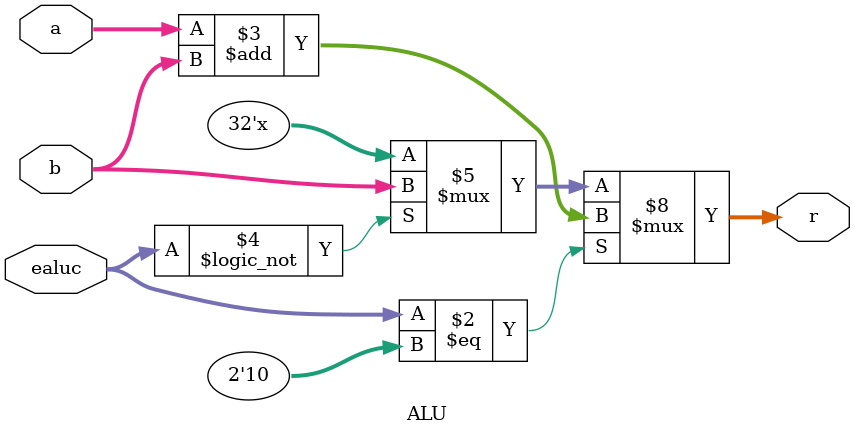
<source format=v>
module ALU(a, b, ealuc, r);
    input wire [31:0] a;
    input wire [31:0] b;
    input wire [1:0] ealuc;
    output reg [31:0] r;
    
    always @(*) 
    begin
        if (ealuc == 2'b10)
            r <= a+b;
        else if (ealuc == 2'b00)
            r <= b;
    end

endmodule 
</source>
